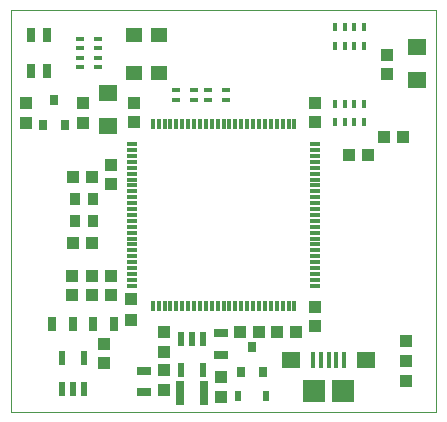
<source format=gbr>
%TF.GenerationSoftware,KiCad,Pcbnew,(5.1.4)-1*%
%TF.CreationDate,2019-10-25T20:45:33-07:00*%
%TF.ProjectId,base,62617365-2e6b-4696-9361-645f70636258,rev?*%
%TF.SameCoordinates,Original*%
%TF.FileFunction,Paste,Top*%
%TF.FilePolarity,Positive*%
%FSLAX46Y46*%
G04 Gerber Fmt 4.6, Leading zero omitted, Abs format (unit mm)*
G04 Created by KiCad (PCBNEW (5.1.4)-1) date 2019-10-25 20:45:33*
%MOMM*%
%LPD*%
G04 APERTURE LIST*
%ADD10C,0.050000*%
%ADD11R,1.000000X1.100000*%
%ADD12R,0.700000X0.450000*%
%ADD13R,0.550000X1.200000*%
%ADD14R,1.400000X1.200000*%
%ADD15R,0.800000X1.200000*%
%ADD16R,1.600000X1.400000*%
%ADD17R,1.000000X1.000000*%
%ADD18R,0.300000X0.900000*%
%ADD19R,0.900000X0.300000*%
%ADD20R,0.450000X0.700000*%
%ADD21R,0.800000X0.900000*%
%ADD22R,0.700000X1.200000*%
%ADD23R,0.900000X1.000000*%
%ADD24R,1.200000X0.800000*%
%ADD25R,0.800000X2.000000*%
%ADD26R,0.630000X0.830000*%
%ADD27R,1.900000X1.900000*%
%ADD28R,0.400000X1.350000*%
G04 APERTURE END LIST*
D10*
X166500000Y-93500000D02*
X130500000Y-93500000D01*
X130500000Y-93500000D02*
X130500000Y-127500000D01*
X166500000Y-127500000D02*
X166500000Y-93500000D01*
X130500000Y-127500000D02*
X166500000Y-127500000D01*
D11*
X163989620Y-123209541D03*
X163989620Y-121509541D03*
X163990020Y-124908680D03*
X163990020Y-123208680D03*
X140650000Y-118000000D03*
X140650000Y-119700000D03*
D12*
X148750000Y-100300000D03*
X148750000Y-101100000D03*
X147200000Y-101100000D03*
X147200000Y-100300000D03*
X144450000Y-101100000D03*
X144450000Y-100300000D03*
X146000000Y-100300000D03*
X146000000Y-101100000D03*
D13*
X134800000Y-122999800D03*
X136700000Y-122999800D03*
X136700000Y-125600000D03*
X135750000Y-125600000D03*
X134800000Y-125600000D03*
D14*
X140900000Y-98800000D03*
X140900000Y-95600000D03*
X143000000Y-95600000D03*
X143000000Y-98800000D03*
D15*
X137450000Y-120050000D03*
X139250000Y-120050000D03*
D16*
X164861240Y-99393200D03*
X164861240Y-96593200D03*
D17*
X138400000Y-121750000D03*
X138400000Y-123350000D03*
D15*
X133950000Y-120100000D03*
X135750000Y-120100000D03*
D18*
X142501100Y-103125600D03*
X143001100Y-103125600D03*
X143501100Y-103125600D03*
X144001100Y-103125600D03*
X144501100Y-103125600D03*
X145001100Y-103125600D03*
X145501100Y-103125600D03*
X146001100Y-103125600D03*
X146501100Y-103125600D03*
X147001100Y-103125600D03*
X147501100Y-103125600D03*
X148001100Y-103125600D03*
X148501100Y-103125600D03*
X149001100Y-103125600D03*
X149501100Y-103125600D03*
X150001100Y-103125600D03*
X150501100Y-103125600D03*
X151001100Y-103125600D03*
X151501100Y-103125600D03*
X152001100Y-103125600D03*
X152501100Y-103125600D03*
X153001100Y-103125600D03*
X153501100Y-103125600D03*
X154001100Y-103125600D03*
X154501100Y-103125600D03*
D19*
X156221100Y-104845600D03*
X156221100Y-105345600D03*
X156221100Y-105845600D03*
X156221100Y-106345600D03*
X156221100Y-106845600D03*
X156221100Y-107345600D03*
X156221100Y-107845600D03*
X156221100Y-108345600D03*
X156221100Y-108845600D03*
X156221100Y-109345600D03*
X156221100Y-109845600D03*
X156221100Y-110345600D03*
X156221100Y-110845600D03*
X156221100Y-111345600D03*
X156221100Y-111845600D03*
X156221100Y-112345600D03*
X156221100Y-112845600D03*
X156221100Y-113345600D03*
X156221100Y-113845600D03*
X156221100Y-114345600D03*
X156221100Y-114845600D03*
X156221100Y-115345600D03*
X156221100Y-115845600D03*
X156221100Y-116345600D03*
X156221100Y-116845600D03*
D18*
X154501100Y-118565600D03*
X154001100Y-118565600D03*
X153501100Y-118565600D03*
X153001100Y-118565600D03*
X152501100Y-118565600D03*
X152001100Y-118565600D03*
X151501100Y-118565600D03*
X151001100Y-118565600D03*
X150501100Y-118565600D03*
X150001100Y-118565600D03*
X149501100Y-118565600D03*
X149001100Y-118565600D03*
X148501100Y-118565600D03*
X148001100Y-118565600D03*
X147501100Y-118565600D03*
X147001100Y-118565600D03*
X146501100Y-118565600D03*
X146001100Y-118565600D03*
X145501100Y-118565600D03*
X145001100Y-118565600D03*
X144501100Y-118565600D03*
X144001100Y-118565600D03*
X143501100Y-118565600D03*
X143001100Y-118565600D03*
X142501100Y-118565600D03*
D19*
X140781100Y-116845600D03*
X140781100Y-116345600D03*
X140781100Y-115845600D03*
X140781100Y-115345600D03*
X140781100Y-114845600D03*
X140781100Y-114345600D03*
X140781100Y-113845600D03*
X140781100Y-113345600D03*
X140781100Y-112845600D03*
X140781100Y-112345600D03*
X140781100Y-111845600D03*
X140781100Y-111345600D03*
X140781100Y-110845600D03*
X140781100Y-110345600D03*
X140781100Y-109845600D03*
X140781100Y-109345600D03*
X140781100Y-108845600D03*
X140781100Y-108345600D03*
X140781100Y-107845600D03*
X140781100Y-107345600D03*
X140781100Y-106845600D03*
X140781100Y-106345600D03*
X140781100Y-105845600D03*
X140781100Y-105345600D03*
X140781100Y-104845600D03*
D17*
X163652100Y-104241600D03*
X162052100Y-104241600D03*
D11*
X131737100Y-103059600D03*
X131737100Y-101359600D03*
D12*
X137909600Y-95929600D03*
X137909600Y-96729600D03*
X137909600Y-97529600D03*
X137909600Y-98329600D03*
X136359600Y-98329600D03*
X136359600Y-97529600D03*
X136359600Y-96729600D03*
X136359600Y-95929600D03*
D16*
X138722100Y-103355600D03*
X138722100Y-100555600D03*
D11*
X136563100Y-103059600D03*
X136563100Y-101359600D03*
D20*
X157969100Y-101434600D03*
X158769100Y-101434600D03*
X159569100Y-101434600D03*
X160369100Y-101434600D03*
X160369100Y-102984600D03*
X159569100Y-102984600D03*
X158769100Y-102984600D03*
X157969100Y-102984600D03*
X160369100Y-96507600D03*
X159569100Y-96507600D03*
X158769100Y-96507600D03*
X157969100Y-96507600D03*
X157969100Y-94957600D03*
X158769100Y-94957600D03*
X159569100Y-94957600D03*
X160369100Y-94957600D03*
D21*
X133200100Y-103209600D03*
X135100100Y-103209600D03*
X134150100Y-101109600D03*
D17*
X156248100Y-101409600D03*
X156248100Y-103009600D03*
D22*
X133580100Y-98629600D03*
X132180100Y-98629600D03*
X133580100Y-95629600D03*
X132180100Y-95629600D03*
D17*
X162344100Y-97345600D03*
X162344100Y-98945600D03*
X140881100Y-101409600D03*
X140881100Y-103009600D03*
X137363100Y-113258600D03*
X135763100Y-113258600D03*
X135763100Y-107670600D03*
X137363100Y-107670600D03*
X138976100Y-117614600D03*
X138976100Y-116014600D03*
X137325100Y-117614600D03*
X137325100Y-116014600D03*
X156248100Y-120281600D03*
X156248100Y-118681600D03*
X138976100Y-106616600D03*
X138976100Y-108216600D03*
X135674100Y-117614600D03*
X135674100Y-116014600D03*
D23*
X135890100Y-111364600D03*
X137440100Y-111364600D03*
X135890100Y-109514600D03*
X137440100Y-109514600D03*
D17*
X160731100Y-105765600D03*
X159131100Y-105765600D03*
X149860100Y-120751600D03*
X151460100Y-120751600D03*
X153035100Y-120751600D03*
X154635100Y-120751600D03*
D24*
X148247100Y-120867600D03*
X148247100Y-122667600D03*
X141770100Y-125842600D03*
X141770100Y-124042600D03*
D25*
X144834100Y-125958600D03*
X146834100Y-125958600D03*
D21*
X149964100Y-124164600D03*
X151864100Y-124164600D03*
X150914100Y-122064600D03*
D11*
X148247100Y-126300600D03*
X148247100Y-124600600D03*
D26*
X149764100Y-126212600D03*
X152064100Y-126212600D03*
D11*
X143421100Y-125665600D03*
X143421100Y-123965600D03*
D13*
X146784100Y-123956700D03*
X144884100Y-123956700D03*
X144884100Y-121356500D03*
X145834100Y-121356500D03*
X146784100Y-121356500D03*
D27*
X158591100Y-125776100D03*
X156191100Y-125776100D03*
D16*
X160591100Y-123101100D03*
X154191100Y-123101100D03*
D28*
X158691100Y-123101100D03*
X156091100Y-123101100D03*
X156741100Y-123101100D03*
X158041100Y-123101100D03*
X157391100Y-123101100D03*
D11*
X143421100Y-122490600D03*
X143421100Y-120790600D03*
M02*

</source>
